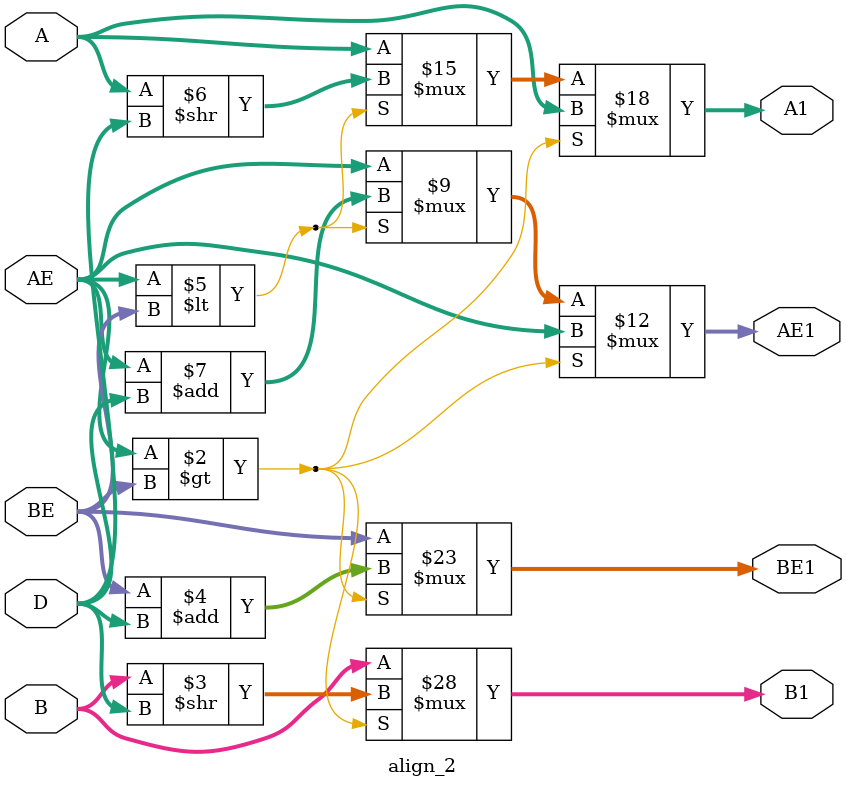
<source format=v>
`timescale 1ns / 1ps
module align_2(
    input [23:0] A,
    input [23:0] B,
    input [7:0] AE,
    input [7:0] BE,
    input [7:0] D,
    output reg [23:0] A1,
    output reg [23:0] B1,
    output reg [7:0] AE1,
    output reg [7:0] BE1
    );

always @(A,B,AE,BE,D) begin
if (AE>BE) begin
B1<=B>>D;
BE1<=BE+D;
A1<=A;
AE1<=AE;
end
else if (AE<BE) begin
A1<=A>>D;
AE1<=AE+D;
B1<=B;
BE1<=BE;
end
else begin
A1<=A;
B1<=B;
BE1<=BE;
AE1<=AE;
end
end

endmodule

</source>
